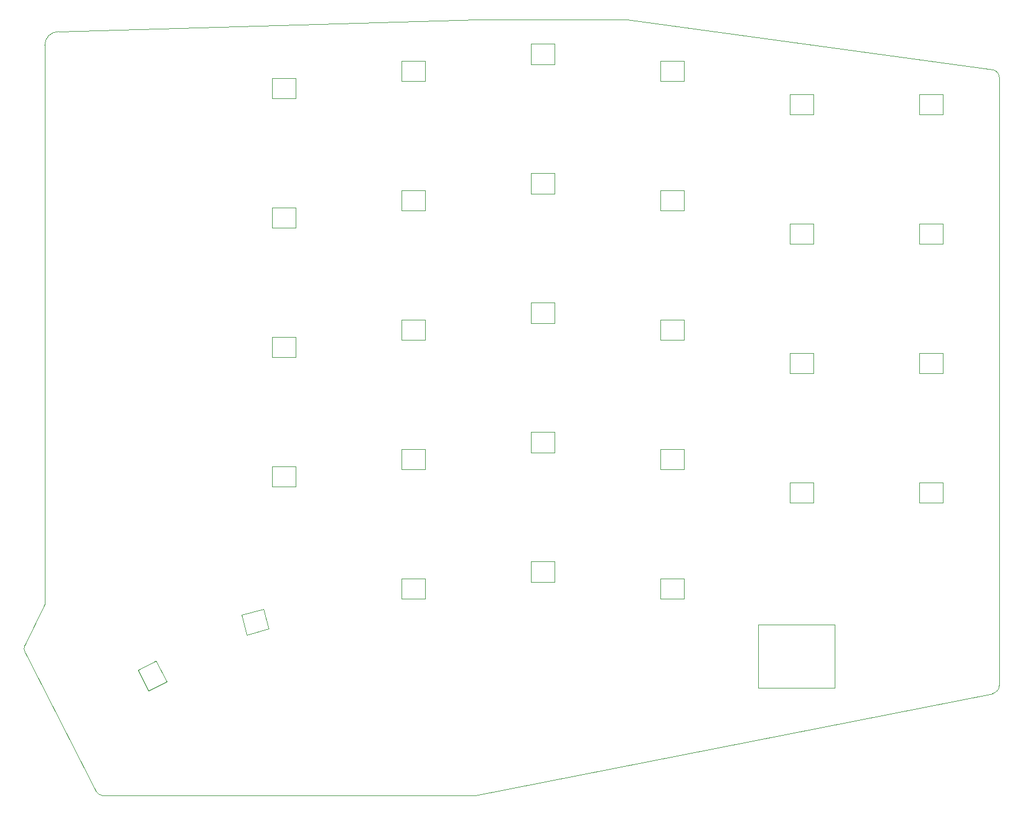
<source format=gm1>
G04 #@! TF.GenerationSoftware,KiCad,Pcbnew,(7.0.0-0)*
G04 #@! TF.CreationDate,2023-04-09T16:09:40-07:00*
G04 #@! TF.ProjectId,Sofle_Loud,536f666c-655f-44c6-9f75-642e6b696361,rev?*
G04 #@! TF.SameCoordinates,Original*
G04 #@! TF.FileFunction,Profile,NP*
%FSLAX46Y46*%
G04 Gerber Fmt 4.6, Leading zero omitted, Abs format (unit mm)*
G04 Created by KiCad (PCBNEW (7.0.0-0)) date 2023-04-09 16:09:40*
%MOMM*%
%LPD*%
G01*
G04 APERTURE LIST*
G04 #@! TA.AperFunction,Profile*
%ADD10C,0.100000*%
G04 #@! TD*
G04 #@! TA.AperFunction,Profile*
%ADD11C,0.120000*%
G04 #@! TD*
G04 APERTURE END LIST*
D10*
X171050000Y-34950000D02*
X224881310Y-42350671D01*
X82412647Y-127061224D02*
X85375000Y-121000000D01*
X149100000Y-34950000D02*
X87375000Y-36740000D01*
X149100000Y-34950000D02*
X171050000Y-34950000D01*
X225849999Y-43500000D02*
X225849999Y-133000000D01*
X225849965Y-43500002D02*
G75*
G03*
X224881310Y-42350671I-1213165J-39598D01*
G01*
X87375000Y-36740000D02*
G75*
G03*
X85375000Y-38740000I0J-2000000D01*
G01*
X82412647Y-127061224D02*
G75*
G03*
X82470032Y-128159982I1108653J-492976D01*
G01*
X93730000Y-149160000D02*
X148680000Y-149160000D01*
X224869811Y-134169027D02*
X148680000Y-149160000D01*
X224869846Y-134169208D02*
G75*
G03*
X225849999Y-133000000I-231146J1189208D01*
G01*
X85375000Y-38740000D02*
X85375000Y-121000000D01*
X92936529Y-148636975D02*
G75*
G03*
X93730000Y-149159998I963471J598275D01*
G01*
X82470032Y-128159982D02*
X92936528Y-148636976D01*
X122250000Y-46570000D02*
X122250000Y-43570000D01*
X122250000Y-46570000D02*
X118850000Y-46570000D01*
X122250000Y-43570000D02*
X118850000Y-43570000D01*
X118850000Y-43570000D02*
X118850000Y-46570000D01*
X160350000Y-41570000D02*
X160350000Y-38570000D01*
X160350000Y-41570000D02*
X156950000Y-41570000D01*
X160350000Y-38570000D02*
X156950000Y-38570000D01*
X156950000Y-38570000D02*
X156950000Y-41570000D01*
X122250000Y-84670000D02*
X122250000Y-81670000D01*
X122250000Y-84670000D02*
X118850000Y-84670000D01*
X122250000Y-81670000D02*
X118850000Y-81670000D01*
X118850000Y-81670000D02*
X118850000Y-84670000D01*
X141300000Y-82170000D02*
X141300000Y-79170000D01*
X141300000Y-82170000D02*
X137900000Y-82170000D01*
X141300000Y-79170000D02*
X137900000Y-79170000D01*
X137900000Y-79170000D02*
X137900000Y-82170000D01*
X160350000Y-98720000D02*
X160350000Y-95720000D01*
X160350000Y-98720000D02*
X156950000Y-98720000D01*
X160350000Y-95720000D02*
X156950000Y-95720000D01*
X156950000Y-95720000D02*
X156950000Y-98720000D01*
X198450000Y-106120000D02*
X198450000Y-103120000D01*
X198450000Y-106120000D02*
X195050000Y-106120000D01*
X198450000Y-103120000D02*
X195050000Y-103120000D01*
X195050000Y-103120000D02*
X195050000Y-106120000D01*
X100623682Y-133798333D02*
X103296702Y-132436361D01*
X100623682Y-133798333D02*
X99080115Y-130768910D01*
X103296702Y-132436361D02*
X101753134Y-129406939D01*
X101753134Y-129406939D02*
X99080115Y-130768910D01*
X118354325Y-124646882D02*
X117577867Y-121749105D01*
X118354325Y-124646882D02*
X115070177Y-125526867D01*
X117577867Y-121749105D02*
X114293720Y-122629089D01*
X114293720Y-122629089D02*
X115070177Y-125526867D01*
X217500000Y-68020000D02*
X217500000Y-65020000D01*
X217500000Y-68020000D02*
X214100000Y-68020000D01*
X217500000Y-65020000D02*
X214100000Y-65020000D01*
X214100000Y-65020000D02*
X214100000Y-68020000D01*
X217500000Y-87070000D02*
X217500000Y-84070000D01*
X217500000Y-87070000D02*
X214100000Y-87070000D01*
X217500000Y-84070000D02*
X214100000Y-84070000D01*
X214100000Y-84070000D02*
X214100000Y-87070000D01*
X217500000Y-106120000D02*
X217500000Y-103120000D01*
X217500000Y-106120000D02*
X214100000Y-106120000D01*
X217500000Y-103120000D02*
X214100000Y-103120000D01*
X214100000Y-103120000D02*
X214100000Y-106120000D01*
X179400000Y-44070000D02*
X179400000Y-41070000D01*
X179400000Y-44070000D02*
X176000000Y-44070000D01*
X179400000Y-41070000D02*
X176000000Y-41070000D01*
X176000000Y-41070000D02*
X176000000Y-44070000D01*
X198450000Y-48970000D02*
X198450000Y-45970000D01*
X198450000Y-48970000D02*
X195050000Y-48970000D01*
X198450000Y-45970000D02*
X195050000Y-45970000D01*
X195050000Y-45970000D02*
X195050000Y-48970000D01*
X141300000Y-63120000D02*
X141300000Y-60120000D01*
X141300000Y-63120000D02*
X137900000Y-63120000D01*
X141300000Y-60120000D02*
X137900000Y-60120000D01*
X137900000Y-60120000D02*
X137900000Y-63120000D01*
X179400000Y-63120000D02*
X179400000Y-60120000D01*
X179400000Y-63120000D02*
X176000000Y-63120000D01*
X179400000Y-60120000D02*
X176000000Y-60120000D01*
X176000000Y-60120000D02*
X176000000Y-63120000D01*
X160350000Y-60620000D02*
X160350000Y-57620000D01*
X160350000Y-60620000D02*
X156950000Y-60620000D01*
X160350000Y-57620000D02*
X156950000Y-57620000D01*
X156950000Y-57620000D02*
X156950000Y-60620000D01*
X179400000Y-82170000D02*
X179400000Y-79170000D01*
X179400000Y-82170000D02*
X176000000Y-82170000D01*
X179400000Y-79170000D02*
X176000000Y-79170000D01*
X176000000Y-79170000D02*
X176000000Y-82170000D01*
X217500000Y-48970000D02*
X217500000Y-45970000D01*
X217500000Y-48970000D02*
X214100000Y-48970000D01*
X217500000Y-45970000D02*
X214100000Y-45970000D01*
X214100000Y-45970000D02*
X214100000Y-48970000D01*
X122250000Y-65620000D02*
X122250000Y-62620000D01*
X122250000Y-65620000D02*
X118850000Y-65620000D01*
X122250000Y-62620000D02*
X118850000Y-62620000D01*
X118850000Y-62620000D02*
X118850000Y-65620000D01*
X179400000Y-120270000D02*
X179400000Y-117270000D01*
X179400000Y-120270000D02*
X176000000Y-120270000D01*
X179400000Y-117270000D02*
X176000000Y-117270000D01*
X176000000Y-117270000D02*
X176000000Y-120270000D01*
X198450000Y-68020000D02*
X198450000Y-65020000D01*
X198450000Y-68020000D02*
X195050000Y-68020000D01*
X198450000Y-65020000D02*
X195050000Y-65020000D01*
X195050000Y-65020000D02*
X195050000Y-68020000D01*
X179400000Y-101220000D02*
X179400000Y-98220000D01*
X179400000Y-101220000D02*
X176000000Y-101220000D01*
X179400000Y-98220000D02*
X176000000Y-98220000D01*
X176000000Y-98220000D02*
X176000000Y-101220000D01*
X198450000Y-87070000D02*
X198450000Y-84070000D01*
X198450000Y-87070000D02*
X195050000Y-87070000D01*
X198450000Y-84070000D02*
X195050000Y-84070000D01*
X195050000Y-84070000D02*
X195050000Y-87070000D01*
X160350000Y-117770000D02*
X160350000Y-114770000D01*
X160350000Y-117770000D02*
X156950000Y-117770000D01*
X160350000Y-114770000D02*
X156950000Y-114770000D01*
X156950000Y-114770000D02*
X156950000Y-117770000D01*
X160350000Y-79670000D02*
X160350000Y-76670000D01*
X160350000Y-79670000D02*
X156950000Y-79670000D01*
X160350000Y-76670000D02*
X156950000Y-76670000D01*
X156950000Y-76670000D02*
X156950000Y-79670000D01*
X141300000Y-44070000D02*
X141300000Y-41070000D01*
X141300000Y-44070000D02*
X137900000Y-44070000D01*
X141300000Y-41070000D02*
X137900000Y-41070000D01*
X137900000Y-41070000D02*
X137900000Y-44070000D01*
X141300000Y-101220000D02*
X141300000Y-98220000D01*
X141300000Y-101220000D02*
X137900000Y-101220000D01*
X141300000Y-98220000D02*
X137900000Y-98220000D01*
X137900000Y-98220000D02*
X137900000Y-101220000D01*
X141300000Y-120270000D02*
X141300000Y-117270000D01*
X141300000Y-120270000D02*
X137900000Y-120270000D01*
X141300000Y-117270000D02*
X137900000Y-117270000D01*
X137900000Y-117270000D02*
X137900000Y-120270000D01*
D11*
X190360000Y-124060000D02*
X201660000Y-124060000D01*
X201660000Y-124060000D02*
X201660000Y-133360000D01*
X201660000Y-133360000D02*
X190360000Y-133360000D01*
X190360000Y-133360000D02*
X190360000Y-124060000D01*
D10*
X122250000Y-103720000D02*
X122250000Y-100720000D01*
X122250000Y-103720000D02*
X118850000Y-103720000D01*
X122250000Y-100720000D02*
X118850000Y-100720000D01*
X118850000Y-100720000D02*
X118850000Y-103720000D01*
M02*

</source>
